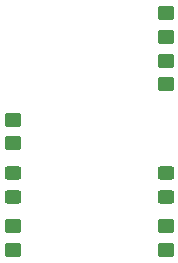
<source format=gbr>
%TF.GenerationSoftware,KiCad,Pcbnew,8.0.0*%
%TF.CreationDate,2025-07-08T12:20:57+05:30*%
%TF.ProjectId,Sensortech_flex,53656e73-6f72-4746-9563-685f666c6578,rev?*%
%TF.SameCoordinates,Original*%
%TF.FileFunction,Paste,Top*%
%TF.FilePolarity,Positive*%
%FSLAX46Y46*%
G04 Gerber Fmt 4.6, Leading zero omitted, Abs format (unit mm)*
G04 Created by KiCad (PCBNEW 8.0.0) date 2025-07-08 12:20:57*
%MOMM*%
%LPD*%
G01*
G04 APERTURE LIST*
G04 Aperture macros list*
%AMRoundRect*
0 Rectangle with rounded corners*
0 $1 Rounding radius*
0 $2 $3 $4 $5 $6 $7 $8 $9 X,Y pos of 4 corners*
0 Add a 4 corners polygon primitive as box body*
4,1,4,$2,$3,$4,$5,$6,$7,$8,$9,$2,$3,0*
0 Add four circle primitives for the rounded corners*
1,1,$1+$1,$2,$3*
1,1,$1+$1,$4,$5*
1,1,$1+$1,$6,$7*
1,1,$1+$1,$8,$9*
0 Add four rect primitives between the rounded corners*
20,1,$1+$1,$2,$3,$4,$5,0*
20,1,$1+$1,$4,$5,$6,$7,0*
20,1,$1+$1,$6,$7,$8,$9,0*
20,1,$1+$1,$8,$9,$2,$3,0*%
G04 Aperture macros list end*
%ADD10RoundRect,0.250000X0.450000X-0.350000X0.450000X0.350000X-0.450000X0.350000X-0.450000X-0.350000X0*%
%ADD11RoundRect,0.250000X-0.450000X0.325000X-0.450000X-0.325000X0.450000X-0.325000X0.450000X0.325000X0*%
%ADD12RoundRect,0.250000X-0.450000X0.350000X-0.450000X-0.350000X0.450000X-0.350000X0.450000X0.350000X0*%
G04 APERTURE END LIST*
D10*
%TO.C,R2*%
X96000000Y-60500000D03*
X96000000Y-58500000D03*
%TD*%
%TO.C,R4*%
X83000000Y-78500000D03*
X83000000Y-76500000D03*
%TD*%
D11*
%TO.C,D1*%
X83000000Y-71975000D03*
X83000000Y-74025000D03*
%TD*%
D12*
%TO.C,R1*%
X96000000Y-62500000D03*
X96000000Y-64500000D03*
%TD*%
D11*
%TO.C,D2*%
X96000000Y-71975000D03*
X96000000Y-74025000D03*
%TD*%
D12*
%TO.C,R3*%
X83000000Y-67500000D03*
X83000000Y-69500000D03*
%TD*%
D10*
%TO.C,R5*%
X96000000Y-78500000D03*
X96000000Y-76500000D03*
%TD*%
M02*

</source>
